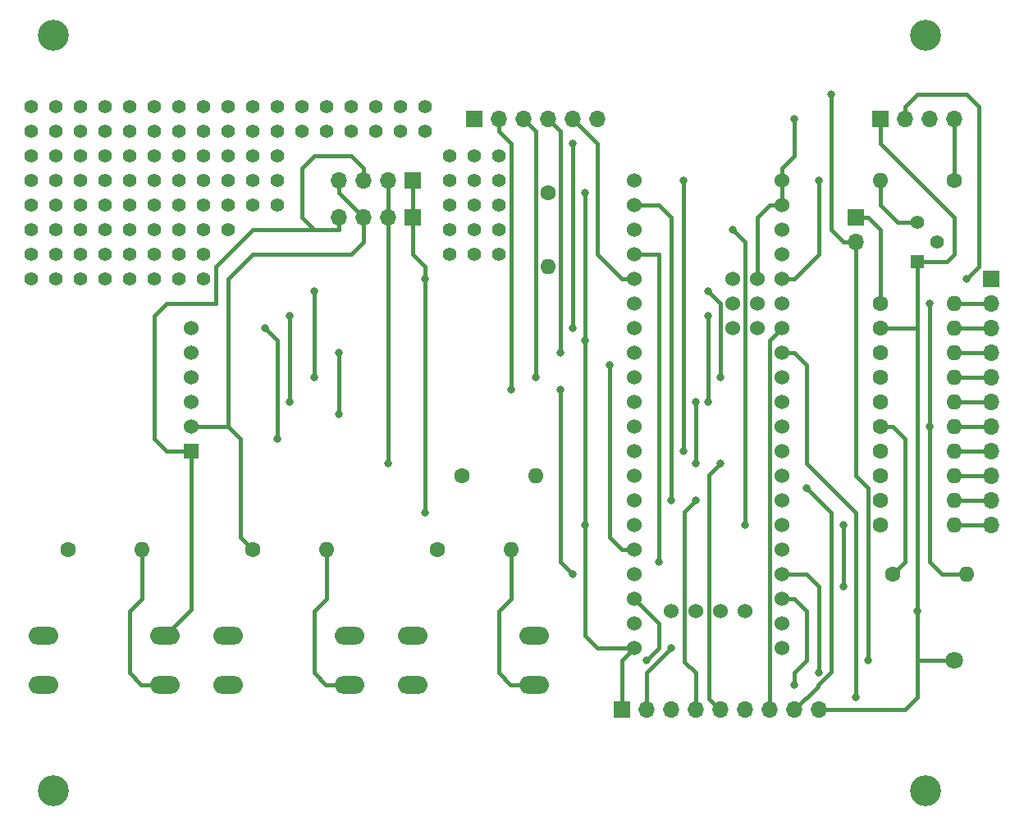
<source format=gbr>
%TF.GenerationSoftware,KiCad,Pcbnew,5.1.6-c6e7f7d~86~ubuntu16.04.1*%
%TF.CreationDate,2020-10-09T19:27:57+01:00*%
%TF.ProjectId,bluepill-pb1,626c7565-7069-46c6-9c2d-7062312e6b69,rev?*%
%TF.SameCoordinates,Original*%
%TF.FileFunction,Copper,L2,Bot*%
%TF.FilePolarity,Positive*%
%FSLAX46Y46*%
G04 Gerber Fmt 4.6, Leading zero omitted, Abs format (unit mm)*
G04 Created by KiCad (PCBNEW 5.1.6-c6e7f7d~86~ubuntu16.04.1) date 2020-10-09 19:27:57*
%MOMM*%
%LPD*%
G01*
G04 APERTURE LIST*
%TA.AperFunction,ComponentPad*%
%ADD10O,1.700000X1.700000*%
%TD*%
%TA.AperFunction,ComponentPad*%
%ADD11R,1.700000X1.700000*%
%TD*%
%TA.AperFunction,ComponentPad*%
%ADD12O,1.600000X1.600000*%
%TD*%
%TA.AperFunction,ComponentPad*%
%ADD13C,1.600000*%
%TD*%
%TA.AperFunction,ComponentPad*%
%ADD14C,1.800000*%
%TD*%
%TA.AperFunction,ComponentPad*%
%ADD15C,1.524000*%
%TD*%
%TA.AperFunction,ComponentPad*%
%ADD16O,3.048000X1.850000*%
%TD*%
%TA.AperFunction,ComponentPad*%
%ADD17C,1.397000*%
%TD*%
%TA.AperFunction,ComponentPad*%
%ADD18R,1.397000X1.397000*%
%TD*%
%TA.AperFunction,ComponentPad*%
%ADD19R,1.524000X1.524000*%
%TD*%
%TA.AperFunction,ViaPad*%
%ADD20C,1.400000*%
%TD*%
%TA.AperFunction,ViaPad*%
%ADD21C,3.200000*%
%TD*%
%TA.AperFunction,ViaPad*%
%ADD22C,0.800000*%
%TD*%
%TA.AperFunction,Conductor*%
%ADD23C,0.400000*%
%TD*%
G04 APERTURE END LIST*
D10*
%TO.P,J6,6*%
%TO.N,GND*%
X137160000Y-59690000D03*
%TO.P,J6,5*%
%TO.N,Net-(J6-Pad5)*%
X134620000Y-59690000D03*
%TO.P,J6,4*%
%TO.N,Net-(J6-Pad4)*%
X132080000Y-59690000D03*
%TO.P,J6,3*%
%TO.N,Net-(J6-Pad3)*%
X129540000Y-59690000D03*
%TO.P,J6,2*%
%TO.N,Net-(J6-Pad2)*%
X127000000Y-59690000D03*
D11*
%TO.P,J6,1*%
%TO.N,Net-(J6-Pad1)*%
X124460000Y-59690000D03*
%TD*%
D10*
%TO.P,J7,2*%
%TO.N,Net-(J6-Pad1)*%
X163830000Y-72390000D03*
D11*
%TO.P,J7,1*%
%TO.N,Net-(J7-Pad1)*%
X163830000Y-69850000D03*
%TD*%
D12*
%TO.P,R17,2*%
%TO.N,Net-(J3-Pad2)*%
X130810000Y-96520000D03*
D13*
%TO.P,R17,1*%
%TO.N,+3V3*%
X123190000Y-96520000D03*
%TD*%
D14*
%TO.P,TP1,1*%
%TO.N,GND*%
X173990000Y-115570000D03*
%TD*%
D12*
%TO.P,R16,2*%
%TO.N,Net-(J3-Pad1)*%
X132080000Y-74930000D03*
D13*
%TO.P,R16,1*%
%TO.N,+3V3*%
X132080000Y-67310000D03*
%TD*%
D12*
%TO.P,R15,2*%
%TO.N,Net-(Q1-Pad2)*%
X175260000Y-106680000D03*
D13*
%TO.P,R15,1*%
%TO.N,Net-(R15-Pad1)*%
X167640000Y-106680000D03*
%TD*%
D15*
%TO.P,U1,5V*%
%TO.N,Net-(J6-Pad1)*%
X140970000Y-109220000D03*
%TO.P,U1,3V3*%
%TO.N,+3V3*%
X151130000Y-81280000D03*
%TO.P,U1,PB2*%
%TO.N,N/C*%
X151130000Y-78740000D03*
%TO.P,U1,G*%
%TO.N,GND*%
X151130000Y-76200000D03*
%TO.P,U1,3V3*%
%TO.N,+3V3*%
X153670000Y-81280000D03*
%TO.P,U1,BOOT*%
%TO.N,N/C*%
X153670000Y-78740000D03*
%TO.P,U1,G*%
%TO.N,GND*%
X153670000Y-76200000D03*
X152400000Y-110490000D03*
%TO.P,U1,PA14*%
%TO.N,N/C*%
X149860000Y-110490000D03*
%TO.P,U1,PA13*%
X147320000Y-110490000D03*
%TO.P,U1,3V3*%
%TO.N,+3V3*%
X144780000Y-110490000D03*
%TO.P,U1,G*%
%TO.N,GND*%
X156210000Y-66040000D03*
X156210000Y-68580000D03*
%TO.P,U1,3V3*%
%TO.N,+3V3*%
X156210000Y-71120000D03*
%TO.P,U1,NRST*%
%TO.N,N/C*%
X156210000Y-73660000D03*
%TO.P,U1,PB11*%
%TO.N,Net-(Q1-Pad1)*%
X156210000Y-76200000D03*
%TO.P,U1,PB10*%
%TO.N,N/C*%
X156210000Y-78740000D03*
%TO.P,U1,PB1*%
%TO.N,Net-(J5-Pad7)*%
X156210000Y-81280000D03*
%TO.P,U1,PB0*%
%TO.N,Net-(J5-Pad6)*%
X156210000Y-83820000D03*
%TO.P,U1,PA7*%
%TO.N,Net-(A1-Pad4)*%
X156210000Y-86360000D03*
%TO.P,U1,PA6*%
%TO.N,Net-(A1-Pad3)*%
X156210000Y-88900000D03*
%TO.P,U1,PA5*%
%TO.N,Net-(A1-Pad5)*%
X156210000Y-91440000D03*
%TO.P,U1,PA4*%
%TO.N,Net-(A1-Pad6)*%
X156210000Y-93980000D03*
%TO.P,U1,PA3*%
%TO.N,Net-(J5-Pad5)*%
X156210000Y-96520000D03*
%TO.P,U1,PA2*%
%TO.N,Net-(J5-Pad4)*%
X156210000Y-99060000D03*
%TO.P,U1,PA1*%
%TO.N,Net-(R2-Pad2)*%
X156210000Y-101600000D03*
%TO.P,U1,PA0*%
%TO.N,Net-(R3-Pad2)*%
X156210000Y-104140000D03*
%TO.P,U1,PC15*%
%TO.N,Net-(R1-Pad2)*%
X156210000Y-106680000D03*
%TO.P,U1,PC14*%
%TO.N,Net-(J5-Pad3)*%
X156210000Y-109220000D03*
%TO.P,U1,PC13*%
%TO.N,Net-(J5-Pad2)*%
X156210000Y-111760000D03*
%TO.P,U1,VBAT*%
%TO.N,N/C*%
X156210000Y-114300000D03*
%TO.P,U1,3V3*%
%TO.N,+3V3*%
X140970000Y-114300000D03*
%TO.P,U1,G*%
%TO.N,GND*%
X140970000Y-111760000D03*
%TO.P,U1,PB9*%
%TO.N,Net-(R7-Pad1)*%
X140970000Y-106680000D03*
%TO.P,U1,PB8*%
%TO.N,Net-(R6-Pad1)*%
X140970000Y-104140000D03*
%TO.P,U1,PB7*%
%TO.N,Net-(J3-Pad1)*%
X140970000Y-101600000D03*
%TO.P,U1,PB6*%
%TO.N,Net-(J3-Pad2)*%
X140970000Y-99060000D03*
%TO.P,U1,PB5*%
%TO.N,Net-(J5-Pad8)*%
X140970000Y-96520000D03*
%TO.P,U1,PB4*%
%TO.N,Net-(R8-Pad1)*%
X140970000Y-93980000D03*
%TO.P,U1,PB3*%
%TO.N,Net-(R15-Pad1)*%
X140970000Y-91440000D03*
%TO.P,U1,PA15*%
%TO.N,Net-(J6-Pad2)*%
X140970000Y-88900000D03*
%TO.P,U1,PA12*%
%TO.N,Net-(J6-Pad3)*%
X140970000Y-86360000D03*
%TO.P,U1,PA11*%
%TO.N,Net-(J6-Pad4)*%
X140970000Y-83820000D03*
%TO.P,U1,PA10*%
%TO.N,Net-(J2-Pad3)*%
X140970000Y-81280000D03*
%TO.P,U1,PA9*%
%TO.N,Net-(J2-Pad2)*%
X140970000Y-78740000D03*
%TO.P,U1,PA8*%
%TO.N,Net-(J6-Pad5)*%
X140970000Y-76200000D03*
%TO.P,U1,PB15*%
%TO.N,Net-(R13-Pad1)*%
X140970000Y-73660000D03*
%TO.P,U1,PB14*%
%TO.N,Net-(R12-Pad1)*%
X140970000Y-71120000D03*
%TO.P,U1,PB13*%
%TO.N,Net-(R11-Pad1)*%
X140970000Y-68580000D03*
%TO.P,U1,PB12*%
%TO.N,Net-(R10-Pad1)*%
X140970000Y-66040000D03*
%TD*%
D16*
%TO.P,SW2,2*%
%TO.N,Net-(R2-Pad2)*%
X99060000Y-118030000D03*
%TO.P,SW2,1*%
%TO.N,GND*%
X99060000Y-113030000D03*
%TO.P,SW2,2*%
%TO.N,Net-(R2-Pad2)*%
X111560000Y-118030000D03*
%TO.P,SW2,1*%
%TO.N,GND*%
X111560000Y-113030000D03*
%TD*%
D10*
%TO.P,J5,9*%
%TO.N,GND*%
X160020000Y-120650000D03*
%TO.P,J5,8*%
%TO.N,Net-(J5-Pad8)*%
X157480000Y-120650000D03*
%TO.P,J5,7*%
%TO.N,Net-(J5-Pad7)*%
X154940000Y-120650000D03*
%TO.P,J5,6*%
%TO.N,Net-(J5-Pad6)*%
X152400000Y-120650000D03*
%TO.P,J5,5*%
%TO.N,Net-(J5-Pad5)*%
X149860000Y-120650000D03*
%TO.P,J5,4*%
%TO.N,Net-(J5-Pad4)*%
X147320000Y-120650000D03*
%TO.P,J5,3*%
%TO.N,Net-(J5-Pad3)*%
X144780000Y-120650000D03*
%TO.P,J5,2*%
%TO.N,Net-(J5-Pad2)*%
X142240000Y-120650000D03*
D11*
%TO.P,J5,1*%
%TO.N,+3V3*%
X139700000Y-120650000D03*
%TD*%
D12*
%TO.P,R14,2*%
%TO.N,Net-(Q1-Pad1)*%
X166370000Y-66040000D03*
D13*
%TO.P,R14,1*%
%TO.N,+3V3*%
X173990000Y-66040000D03*
%TD*%
D17*
%TO.P,Q1,1*%
%TO.N,Net-(Q1-Pad1)*%
X170180000Y-70358000D03*
%TO.P,Q1,2*%
%TO.N,Net-(Q1-Pad2)*%
X172212000Y-72390000D03*
D18*
%TO.P,Q1,3*%
%TO.N,GND*%
X170180000Y-74422000D03*
%TD*%
D10*
%TO.P,J4,4*%
%TO.N,+3V3*%
X110490000Y-66040000D03*
%TO.P,J4,3*%
%TO.N,GND*%
X113030000Y-66040000D03*
%TO.P,J4,2*%
%TO.N,Net-(J3-Pad2)*%
X115570000Y-66040000D03*
D11*
%TO.P,J4,1*%
%TO.N,Net-(J3-Pad1)*%
X118110000Y-66040000D03*
%TD*%
D10*
%TO.P,J2,4*%
%TO.N,+3V3*%
X173990000Y-59690000D03*
%TO.P,J2,3*%
%TO.N,Net-(J2-Pad3)*%
X171450000Y-59690000D03*
%TO.P,J2,2*%
%TO.N,Net-(J2-Pad2)*%
X168910000Y-59690000D03*
D11*
%TO.P,J2,1*%
%TO.N,GND*%
X166370000Y-59690000D03*
%TD*%
D10*
%TO.P,J1,11*%
%TO.N,Net-(J1-Pad11)*%
X177800000Y-101600000D03*
%TO.P,J1,10*%
%TO.N,Net-(J1-Pad10)*%
X177800000Y-99060000D03*
%TO.P,J1,9*%
%TO.N,Net-(J1-Pad9)*%
X177800000Y-96520000D03*
%TO.P,J1,8*%
%TO.N,Net-(J1-Pad8)*%
X177800000Y-93980000D03*
%TO.P,J1,7*%
%TO.N,Net-(J1-Pad7)*%
X177800000Y-91440000D03*
%TO.P,J1,6*%
%TO.N,Net-(J1-Pad6)*%
X177800000Y-88900000D03*
%TO.P,J1,5*%
%TO.N,Net-(J1-Pad5)*%
X177800000Y-86360000D03*
%TO.P,J1,4*%
%TO.N,Net-(J1-Pad4)*%
X177800000Y-83820000D03*
%TO.P,J1,3*%
%TO.N,Net-(J1-Pad3)*%
X177800000Y-81280000D03*
%TO.P,J1,2*%
%TO.N,Net-(J1-Pad2)*%
X177800000Y-78740000D03*
D11*
%TO.P,J1,1*%
%TO.N,N/C*%
X177800000Y-76200000D03*
%TD*%
D12*
%TO.P,R13,2*%
%TO.N,Net-(J1-Pad11)*%
X173990000Y-101600000D03*
D13*
%TO.P,R13,1*%
%TO.N,Net-(R13-Pad1)*%
X166370000Y-101600000D03*
%TD*%
D12*
%TO.P,R12,2*%
%TO.N,Net-(J1-Pad10)*%
X173990000Y-99060000D03*
D13*
%TO.P,R12,1*%
%TO.N,Net-(R12-Pad1)*%
X166370000Y-99060000D03*
%TD*%
D12*
%TO.P,R11,2*%
%TO.N,Net-(J1-Pad9)*%
X173990000Y-96520000D03*
D13*
%TO.P,R11,1*%
%TO.N,Net-(R11-Pad1)*%
X166370000Y-96520000D03*
%TD*%
D12*
%TO.P,R10,2*%
%TO.N,Net-(J1-Pad8)*%
X173990000Y-93980000D03*
D13*
%TO.P,R10,1*%
%TO.N,Net-(R10-Pad1)*%
X166370000Y-93980000D03*
%TD*%
D12*
%TO.P,R9,2*%
%TO.N,Net-(J1-Pad7)*%
X173990000Y-91440000D03*
D13*
%TO.P,R9,1*%
%TO.N,Net-(R15-Pad1)*%
X166370000Y-91440000D03*
%TD*%
D12*
%TO.P,R8,2*%
%TO.N,Net-(J1-Pad6)*%
X173990000Y-88900000D03*
D13*
%TO.P,R8,1*%
%TO.N,Net-(R8-Pad1)*%
X166370000Y-88900000D03*
%TD*%
D12*
%TO.P,R7,2*%
%TO.N,Net-(J1-Pad5)*%
X173990000Y-86360000D03*
D13*
%TO.P,R7,1*%
%TO.N,Net-(R7-Pad1)*%
X166370000Y-86360000D03*
%TD*%
D12*
%TO.P,R6,2*%
%TO.N,Net-(J1-Pad4)*%
X173990000Y-83820000D03*
D13*
%TO.P,R6,1*%
%TO.N,Net-(R6-Pad1)*%
X166370000Y-83820000D03*
%TD*%
D12*
%TO.P,R5,2*%
%TO.N,Net-(J1-Pad3)*%
X173990000Y-81280000D03*
D13*
%TO.P,R5,1*%
%TO.N,GND*%
X166370000Y-81280000D03*
%TD*%
D12*
%TO.P,R4,2*%
%TO.N,Net-(J1-Pad2)*%
X173990000Y-78740000D03*
D13*
%TO.P,R4,1*%
%TO.N,Net-(J7-Pad1)*%
X166370000Y-78740000D03*
%TD*%
D16*
%TO.P,SW3,2*%
%TO.N,Net-(R3-Pad2)*%
X118110000Y-118030000D03*
%TO.P,SW3,1*%
%TO.N,GND*%
X118110000Y-113030000D03*
%TO.P,SW3,2*%
%TO.N,Net-(R3-Pad2)*%
X130610000Y-118030000D03*
%TO.P,SW3,1*%
%TO.N,GND*%
X130610000Y-113030000D03*
%TD*%
%TO.P,SW1,2*%
%TO.N,Net-(R1-Pad2)*%
X80010000Y-118030000D03*
%TO.P,SW1,1*%
%TO.N,GND*%
X80010000Y-113030000D03*
%TO.P,SW1,2*%
%TO.N,Net-(R1-Pad2)*%
X92510000Y-118030000D03*
%TO.P,SW1,1*%
%TO.N,GND*%
X92510000Y-113030000D03*
%TD*%
D12*
%TO.P,R3,2*%
%TO.N,Net-(R3-Pad2)*%
X128270000Y-104140000D03*
D13*
%TO.P,R3,1*%
%TO.N,+3V3*%
X120650000Y-104140000D03*
%TD*%
D12*
%TO.P,R2,2*%
%TO.N,Net-(R2-Pad2)*%
X109220000Y-104140000D03*
D13*
%TO.P,R2,1*%
%TO.N,+3V3*%
X101600000Y-104140000D03*
%TD*%
D12*
%TO.P,R1,2*%
%TO.N,Net-(R1-Pad2)*%
X90170000Y-104140000D03*
D13*
%TO.P,R1,1*%
%TO.N,+3V3*%
X82550000Y-104140000D03*
%TD*%
D10*
%TO.P,J3,4*%
%TO.N,GND*%
X110490000Y-69850000D03*
%TO.P,J3,3*%
%TO.N,+3V3*%
X113030000Y-69850000D03*
%TO.P,J3,2*%
%TO.N,Net-(J3-Pad2)*%
X115570000Y-69850000D03*
D11*
%TO.P,J3,1*%
%TO.N,Net-(J3-Pad1)*%
X118110000Y-69850000D03*
%TD*%
D15*
%TO.P,A1,6*%
%TO.N,Net-(A1-Pad6)*%
X95250000Y-81280000D03*
%TO.P,A1,5*%
%TO.N,Net-(A1-Pad5)*%
X95250000Y-83820000D03*
%TO.P,A1,4*%
%TO.N,Net-(A1-Pad4)*%
X95250000Y-86360000D03*
%TO.P,A1,3*%
%TO.N,Net-(A1-Pad3)*%
X95250000Y-88900000D03*
%TO.P,A1,2*%
%TO.N,+3V3*%
X95250000Y-91440000D03*
D19*
%TO.P,A1,1*%
%TO.N,GND*%
X95250000Y-93980000D03*
%TD*%
D20*
%TO.N,*%
X78740000Y-58420000D03*
X78740000Y-60960000D03*
X78740000Y-63500000D03*
X78740000Y-66040000D03*
X78740000Y-68580000D03*
X78740000Y-71120000D03*
X78740000Y-73660000D03*
X78740000Y-76200000D03*
X81280000Y-76200000D03*
X81280000Y-73660000D03*
X81280000Y-71120000D03*
X81280000Y-68580000D03*
X81280000Y-66040000D03*
X81280000Y-63500000D03*
X81280000Y-60960000D03*
X81280000Y-58420000D03*
X83820000Y-58420000D03*
X83820000Y-60960000D03*
X83820000Y-63500000D03*
X83820000Y-66040000D03*
X83820000Y-68580000D03*
X83820000Y-71120000D03*
X83820000Y-73660000D03*
X83820000Y-76200000D03*
X86360000Y-76200000D03*
X86360000Y-73660000D03*
X86360000Y-71120000D03*
X86360000Y-68580000D03*
X86360000Y-66040000D03*
X86360000Y-63500000D03*
X86360000Y-60960000D03*
X86360000Y-58420000D03*
X88900000Y-58420000D03*
X88900000Y-60960000D03*
X88900000Y-63500000D03*
X88900000Y-66040000D03*
X88900000Y-68580000D03*
X88900000Y-71120000D03*
X88900000Y-73660000D03*
X88900000Y-76200000D03*
X91440000Y-76200000D03*
X91440000Y-73660000D03*
X91440000Y-71120000D03*
X91440000Y-68580000D03*
X91440000Y-66040000D03*
X91440000Y-63500000D03*
X91440000Y-60960000D03*
X91440000Y-58420000D03*
X93980000Y-58420000D03*
X93980000Y-60960000D03*
X93980000Y-63500000D03*
X93980000Y-66040000D03*
X93980000Y-68580000D03*
X93980000Y-71120000D03*
X93980000Y-73660000D03*
X93980000Y-76200000D03*
X96520000Y-76200000D03*
X96520000Y-73660000D03*
X96520000Y-71120000D03*
X96520000Y-68580000D03*
X96520000Y-66040000D03*
X96520000Y-63500000D03*
X96520000Y-60960000D03*
X96520000Y-58420000D03*
X99060000Y-58420000D03*
X99060000Y-60960000D03*
X99060000Y-63500000D03*
X99060000Y-66040000D03*
X99060000Y-68580000D03*
X99060000Y-71120000D03*
X101600000Y-58420000D03*
X101600000Y-60960000D03*
X104140000Y-60960000D03*
X104140000Y-58420000D03*
X106680000Y-58420000D03*
X106680000Y-60960000D03*
X109220000Y-60960000D03*
X109220000Y-58420000D03*
X111760000Y-58420000D03*
X111760000Y-60960000D03*
X114300000Y-60960000D03*
X114300000Y-58420000D03*
X116840000Y-58420000D03*
X116840000Y-60960000D03*
X119380000Y-60960000D03*
X119380000Y-58420000D03*
X101600000Y-63500000D03*
X101600000Y-66040000D03*
X101600000Y-68580000D03*
X104140000Y-68580000D03*
X104140000Y-66040000D03*
X104140000Y-63500000D03*
X124460000Y-63500000D03*
X127000000Y-63500000D03*
X121920000Y-63500000D03*
X121920000Y-66040000D03*
X124460000Y-66040000D03*
X127000000Y-66040000D03*
X121920000Y-68580000D03*
X124460000Y-68580000D03*
X127000000Y-68580000D03*
X127000000Y-71120000D03*
X121920000Y-71120000D03*
X124460000Y-71120000D03*
X121920000Y-73660000D03*
X124460000Y-73660000D03*
X127000000Y-73660000D03*
D21*
X81000000Y-51000000D03*
X171000000Y-51000000D03*
X171000000Y-129000000D03*
X81000000Y-129000000D03*
D22*
%TO.N,Net-(A1-Pad6)*%
X104140000Y-92710000D03*
X102870000Y-81280000D03*
%TO.N,Net-(A1-Pad5)*%
X110490000Y-90170000D03*
X110490000Y-83820000D03*
%TO.N,Net-(A1-Pad4)*%
X149860000Y-86360000D03*
X148590000Y-77470000D03*
X107950000Y-77470000D03*
X107950000Y-86360000D03*
%TO.N,Net-(A1-Pad3)*%
X148590000Y-88900000D03*
X105410000Y-80010000D03*
X105410000Y-88900000D03*
X148590000Y-80010000D03*
%TO.N,Net-(J2-Pad3)*%
X134620000Y-62230000D03*
X134620000Y-81280000D03*
%TO.N,Net-(J2-Pad2)*%
X175260000Y-76200000D03*
%TO.N,+3V3*%
X135890000Y-101600000D03*
X135890000Y-82550000D03*
X135890000Y-67310000D03*
%TO.N,GND*%
X170180000Y-110490000D03*
X157480000Y-59690000D03*
%TO.N,Net-(R1-Pad2)*%
X160020000Y-116840000D03*
%TO.N,Net-(R2-Pad2)*%
X162560000Y-107950000D03*
X162560000Y-101600000D03*
%TO.N,Net-(J3-Pad2)*%
X115570000Y-95250000D03*
%TO.N,Net-(J3-Pad1)*%
X119380000Y-100330000D03*
X119380000Y-76200000D03*
%TO.N,Net-(R6-Pad1)*%
X138430000Y-85090000D03*
%TO.N,Net-(R7-Pad1)*%
X133350000Y-87630000D03*
X134620000Y-106680000D03*
%TO.N,Net-(R8-Pad1)*%
X147320000Y-88900000D03*
X147320000Y-95250000D03*
%TO.N,Net-(R10-Pad1)*%
X146050000Y-66040000D03*
X146050000Y-93980000D03*
%TO.N,Net-(R11-Pad1)*%
X144780000Y-99060000D03*
%TO.N,Net-(R12-Pad1)*%
X152400000Y-101600000D03*
X151130000Y-71120000D03*
%TO.N,Net-(R13-Pad1)*%
X143510000Y-105410000D03*
%TO.N,Net-(J5-Pad8)*%
X158750000Y-97790000D03*
%TO.N,Net-(J5-Pad6)*%
X163830000Y-119380000D03*
%TO.N,Net-(J5-Pad5)*%
X149860000Y-95250000D03*
%TO.N,Net-(J5-Pad4)*%
X147320000Y-99060000D03*
%TO.N,Net-(J5-Pad3)*%
X157480000Y-118110000D03*
%TO.N,Net-(J5-Pad2)*%
X144780000Y-114300000D03*
%TO.N,Net-(J6-Pad4)*%
X133350000Y-83820000D03*
%TO.N,Net-(J6-Pad3)*%
X130810000Y-86360000D03*
%TO.N,Net-(J6-Pad2)*%
X128270000Y-87630000D03*
%TO.N,Net-(J6-Pad1)*%
X165100000Y-115570000D03*
X142240000Y-115570000D03*
X161290000Y-57150000D03*
%TO.N,Net-(Q1-Pad1)*%
X160020000Y-66040000D03*
%TO.N,Net-(Q1-Pad2)*%
X171450000Y-78740000D03*
X171450000Y-91440000D03*
%TD*%
D23*
%TO.N,Net-(A1-Pad6)*%
X104140000Y-82550000D02*
X102870000Y-81280000D01*
X104140000Y-92710000D02*
X104140000Y-82550000D01*
%TO.N,Net-(A1-Pad5)*%
X110490000Y-90170000D02*
X110490000Y-83820000D01*
%TO.N,Net-(A1-Pad4)*%
X149860000Y-78740000D02*
X148590000Y-77470000D01*
X149860000Y-86360000D02*
X149860000Y-78740000D01*
X107950000Y-77470000D02*
X107950000Y-86360000D01*
%TO.N,Net-(A1-Pad3)*%
X148590000Y-88900000D02*
X148590000Y-81280000D01*
X105410000Y-80010000D02*
X105410000Y-88900000D01*
X148590000Y-81280000D02*
X148590000Y-80010000D01*
%TO.N,Net-(J1-Pad2)*%
X177800000Y-78740000D02*
X173990000Y-78740000D01*
%TO.N,Net-(J1-Pad7)*%
X173990000Y-91440000D02*
X177800000Y-91440000D01*
%TO.N,Net-(J1-Pad6)*%
X177800000Y-88900000D02*
X173990000Y-88900000D01*
%TO.N,Net-(J1-Pad5)*%
X173990000Y-86360000D02*
X177800000Y-86360000D01*
%TO.N,Net-(J1-Pad4)*%
X177800000Y-83820000D02*
X173990000Y-83820000D01*
%TO.N,Net-(J2-Pad3)*%
X134620000Y-62230000D02*
X134620000Y-80010000D01*
X134620000Y-81280000D02*
X134620000Y-80010000D01*
%TO.N,Net-(J2-Pad2)*%
X175260000Y-76200000D02*
X176530000Y-74930000D01*
X176530000Y-74930000D02*
X176530000Y-58420000D01*
X176530000Y-58420000D02*
X175260000Y-57150000D01*
X175260000Y-57150000D02*
X170180000Y-57150000D01*
X168910000Y-58420000D02*
X168910000Y-59690000D01*
X170180000Y-57150000D02*
X168910000Y-58420000D01*
%TO.N,Net-(J1-Pad11)*%
X173990000Y-101600000D02*
X177800000Y-101600000D01*
%TO.N,Net-(J1-Pad10)*%
X177800000Y-99060000D02*
X173990000Y-99060000D01*
%TO.N,Net-(J1-Pad9)*%
X173990000Y-96520000D02*
X177800000Y-96520000D01*
%TO.N,Net-(J1-Pad8)*%
X177800000Y-93980000D02*
X173990000Y-93980000D01*
%TO.N,+3V3*%
X173990000Y-59690000D02*
X173990000Y-66040000D01*
X95250000Y-91440000D02*
X99060000Y-91440000D01*
X99060000Y-91440000D02*
X100330000Y-92710000D01*
X100330000Y-102870000D02*
X101600000Y-104140000D01*
X100330000Y-92710000D02*
X100330000Y-102870000D01*
X140970000Y-114300000D02*
X139700000Y-115570000D01*
X139700000Y-115570000D02*
X139700000Y-120650000D01*
X135890000Y-101600000D02*
X135890000Y-113030000D01*
X137160000Y-114300000D02*
X140970000Y-114300000D01*
X135890000Y-113030000D02*
X137160000Y-114300000D01*
X110490000Y-67310000D02*
X113030000Y-69850000D01*
X110490000Y-66040000D02*
X110490000Y-67310000D01*
X99060000Y-91440000D02*
X99060000Y-76200000D01*
X99060000Y-76200000D02*
X101600000Y-73660000D01*
X101600000Y-73660000D02*
X111760000Y-73660000D01*
X113030000Y-72390000D02*
X113030000Y-69850000D01*
X111760000Y-73660000D02*
X113030000Y-72390000D01*
X135890000Y-82550000D02*
X135890000Y-101600000D01*
X135890000Y-67310000D02*
X135890000Y-82550000D01*
%TO.N,GND*%
X157480000Y-59690000D02*
X157480000Y-59690000D01*
X156210000Y-64770000D02*
X156210000Y-66040000D01*
X157480000Y-63500000D02*
X156210000Y-64770000D01*
X156210000Y-68580000D02*
X156210000Y-66040000D01*
X95250000Y-110290000D02*
X92510000Y-113030000D01*
X95250000Y-93980000D02*
X95250000Y-110290000D01*
X113030000Y-66040000D02*
X113030000Y-64770000D01*
X113030000Y-64770000D02*
X111760000Y-63500000D01*
X111760000Y-63500000D02*
X107950000Y-63500000D01*
X107950000Y-63500000D02*
X106680000Y-64770000D01*
X106680000Y-64770000D02*
X106680000Y-69850000D01*
X106680000Y-69850000D02*
X107950000Y-71120000D01*
X107950000Y-71120000D02*
X110490000Y-71120000D01*
X110490000Y-71120000D02*
X110490000Y-69850000D01*
X170180000Y-74422000D02*
X170180000Y-110490000D01*
X168910000Y-120650000D02*
X160020000Y-120650000D01*
X170180000Y-119380000D02*
X168910000Y-120650000D01*
X166370000Y-81280000D02*
X170180000Y-81280000D01*
X156210000Y-68580000D02*
X154940000Y-68580000D01*
X153670000Y-69850000D02*
X153670000Y-76200000D01*
X154940000Y-68580000D02*
X153670000Y-69850000D01*
X166370000Y-62230000D02*
X166370000Y-59690000D01*
X170180000Y-74422000D02*
X173228000Y-74422000D01*
X173228000Y-74422000D02*
X173990000Y-73660000D01*
X173990000Y-73660000D02*
X173990000Y-69850000D01*
X173990000Y-69850000D02*
X166370000Y-62230000D01*
X97790000Y-74930000D02*
X101600000Y-71120000D01*
X97790000Y-78740000D02*
X97790000Y-74930000D01*
X92710000Y-78740000D02*
X97790000Y-78740000D01*
X95250000Y-93980000D02*
X92710000Y-93980000D01*
X91440000Y-80010000D02*
X92710000Y-78740000D01*
X101600000Y-71120000D02*
X107950000Y-71120000D01*
X92710000Y-93980000D02*
X91440000Y-92710000D01*
X91440000Y-92710000D02*
X91440000Y-80010000D01*
X173990000Y-115570000D02*
X170180000Y-115570000D01*
X170180000Y-115570000D02*
X170180000Y-119380000D01*
X170180000Y-110490000D02*
X170180000Y-115570000D01*
X157480000Y-59690000D02*
X157480000Y-63500000D01*
%TO.N,Net-(R1-Pad2)*%
X90170000Y-104140000D02*
X90170000Y-109220000D01*
X90170000Y-109220000D02*
X88900000Y-110490000D01*
X88900000Y-110490000D02*
X88900000Y-116840000D01*
X90090000Y-118030000D02*
X92510000Y-118030000D01*
X88900000Y-116840000D02*
X90090000Y-118030000D01*
X160020000Y-116840000D02*
X160020000Y-107950000D01*
X158750000Y-106680000D02*
X156210000Y-106680000D01*
X160020000Y-107950000D02*
X158750000Y-106680000D01*
%TO.N,Net-(R2-Pad2)*%
X109220000Y-104140000D02*
X109220000Y-109220000D01*
X109220000Y-109220000D02*
X107950000Y-110490000D01*
X107950000Y-110490000D02*
X107950000Y-116840000D01*
X109140000Y-118030000D02*
X111560000Y-118030000D01*
X107950000Y-116840000D02*
X109140000Y-118030000D01*
X162560000Y-107950000D02*
X162560000Y-101600000D01*
%TO.N,Net-(R3-Pad2)*%
X128270000Y-104140000D02*
X128270000Y-109220000D01*
X128270000Y-109220000D02*
X127000000Y-110490000D01*
X127000000Y-110490000D02*
X127000000Y-116840000D01*
X128190000Y-118030000D02*
X130610000Y-118030000D01*
X127000000Y-116840000D02*
X128190000Y-118030000D01*
%TO.N,Net-(J3-Pad2)*%
X115570000Y-66040000D02*
X115570000Y-69850000D01*
X115570000Y-69850000D02*
X115570000Y-95250000D01*
%TO.N,Net-(J3-Pad1)*%
X118110000Y-66040000D02*
X118110000Y-69850000D01*
X118110000Y-73660000D02*
X118110000Y-69850000D01*
X119380000Y-74930000D02*
X118110000Y-73660000D01*
X119380000Y-76200000D02*
X119380000Y-74930000D01*
X119380000Y-100330000D02*
X119380000Y-76200000D01*
%TO.N,Net-(J1-Pad3)*%
X173990000Y-81280000D02*
X177800000Y-81280000D01*
%TO.N,Net-(R6-Pad1)*%
X138430000Y-85090000D02*
X138430000Y-102870000D01*
X138430000Y-102870000D02*
X139700000Y-104140000D01*
X139700000Y-104140000D02*
X140970000Y-104140000D01*
%TO.N,Net-(R7-Pad1)*%
X133350000Y-105410000D02*
X134620000Y-106680000D01*
X133350000Y-87630000D02*
X133350000Y-105410000D01*
%TO.N,Net-(R8-Pad1)*%
X147320000Y-88900000D02*
X147320000Y-95250000D01*
%TO.N,Net-(R10-Pad1)*%
X146050000Y-66040000D02*
X146050000Y-93980000D01*
%TO.N,Net-(R11-Pad1)*%
X144780000Y-99060000D02*
X144780000Y-69850000D01*
X143510000Y-68580000D02*
X140970000Y-68580000D01*
X144780000Y-69850000D02*
X143510000Y-68580000D01*
%TO.N,Net-(R12-Pad1)*%
X152400000Y-72390000D02*
X151130000Y-71120000D01*
X152400000Y-101600000D02*
X152400000Y-72390000D01*
%TO.N,Net-(R13-Pad1)*%
X143510000Y-105410000D02*
X143510000Y-73660000D01*
X143510000Y-73660000D02*
X140970000Y-73660000D01*
%TO.N,Net-(J5-Pad8)*%
X158750000Y-97790000D02*
X161290000Y-100330000D01*
X161290000Y-116754002D02*
X159934002Y-118110000D01*
X161290000Y-100330000D02*
X161290000Y-116754002D01*
X159934002Y-118195998D02*
X157480000Y-120650000D01*
X159934002Y-118110000D02*
X159934002Y-118195998D01*
%TO.N,Net-(J5-Pad7)*%
X154940000Y-120650000D02*
X154940000Y-82550000D01*
X154940000Y-82550000D02*
X156210000Y-81280000D01*
%TO.N,Net-(J5-Pad6)*%
X156210000Y-83820000D02*
X157480000Y-83820000D01*
X157480000Y-83820000D02*
X158750000Y-85090000D01*
X158750000Y-85090000D02*
X158750000Y-95250000D01*
X158750000Y-95250000D02*
X163830000Y-100330000D01*
X163830000Y-100330000D02*
X163830000Y-119380000D01*
%TO.N,Net-(J5-Pad5)*%
X148697999Y-119487999D02*
X149860000Y-120650000D01*
X148697999Y-96412001D02*
X148697999Y-119487999D01*
X149860000Y-95250000D02*
X148697999Y-96412001D01*
%TO.N,Net-(J5-Pad4)*%
X146157999Y-100222001D02*
X146157999Y-115677999D01*
X147320000Y-99060000D02*
X146157999Y-100222001D01*
X147320000Y-116840000D02*
X147320000Y-120650000D01*
X146157999Y-115677999D02*
X147320000Y-116840000D01*
%TO.N,Net-(J5-Pad3)*%
X156210000Y-109220000D02*
X157480000Y-109220000D01*
X157480000Y-109220000D02*
X158750000Y-110490000D01*
X158750000Y-110490000D02*
X158750000Y-115570000D01*
X158750000Y-115570000D02*
X157480000Y-116840000D01*
X157480000Y-116840000D02*
X157480000Y-118110000D01*
%TO.N,Net-(J5-Pad2)*%
X142240000Y-120650000D02*
X142240000Y-116840000D01*
X142240000Y-116840000D02*
X144780000Y-114300000D01*
%TO.N,Net-(J6-Pad5)*%
X137160000Y-62230000D02*
X134620000Y-59690000D01*
X137160000Y-73660000D02*
X137160000Y-62230000D01*
X139700000Y-76200000D02*
X137160000Y-73660000D01*
X140970000Y-76200000D02*
X139700000Y-76200000D01*
%TO.N,Net-(J6-Pad4)*%
X133350000Y-60960000D02*
X132080000Y-59690000D01*
X133350000Y-83820000D02*
X133350000Y-60960000D01*
%TO.N,Net-(J6-Pad3)*%
X130810000Y-60960000D02*
X129540000Y-59690000D01*
X130810000Y-86360000D02*
X130810000Y-60960000D01*
%TO.N,Net-(J6-Pad2)*%
X128270000Y-87630000D02*
X128270000Y-62230000D01*
X128270000Y-62230000D02*
X127000000Y-60960000D01*
X127000000Y-60960000D02*
X127000000Y-59690000D01*
%TO.N,Net-(J6-Pad1)*%
X163830000Y-72390000D02*
X163830000Y-96520000D01*
X165100000Y-97790000D02*
X165100000Y-115570000D01*
X163830000Y-96520000D02*
X165100000Y-97790000D01*
X143510000Y-111760000D02*
X140970000Y-109220000D01*
X143510000Y-114300000D02*
X143510000Y-111760000D01*
X142240000Y-115570000D02*
X143510000Y-114300000D01*
X163830000Y-72390000D02*
X162560000Y-72390000D01*
X161290000Y-71120000D02*
X161290000Y-57150000D01*
X162560000Y-72390000D02*
X161290000Y-71120000D01*
%TO.N,Net-(Q1-Pad1)*%
X166370000Y-66040000D02*
X166370000Y-68580000D01*
X168148000Y-70358000D02*
X170180000Y-70358000D01*
X166370000Y-68580000D02*
X168148000Y-70358000D01*
X156210000Y-76200000D02*
X157480000Y-76200000D01*
X157480000Y-76200000D02*
X160020000Y-73660000D01*
X160020000Y-66040000D02*
X160020000Y-68580000D01*
X160020000Y-68580000D02*
X160020000Y-67310000D01*
X160020000Y-73660000D02*
X160020000Y-68580000D01*
%TO.N,Net-(Q1-Pad2)*%
X171450000Y-78740000D02*
X171450000Y-91440000D01*
X171450000Y-91440000D02*
X171450000Y-105410000D01*
X172720000Y-106680000D02*
X175260000Y-106680000D01*
X171450000Y-105410000D02*
X172720000Y-106680000D01*
%TO.N,Net-(R15-Pad1)*%
X167640000Y-106680000D02*
X168910000Y-105410000D01*
X168910000Y-105410000D02*
X168910000Y-92710000D01*
X168910000Y-92710000D02*
X167640000Y-91440000D01*
X167640000Y-91440000D02*
X166370000Y-91440000D01*
%TO.N,Net-(J7-Pad1)*%
X163830000Y-69850000D02*
X165100000Y-69850000D01*
X166370000Y-71120000D02*
X166370000Y-78740000D01*
X165100000Y-69850000D02*
X166370000Y-71120000D01*
%TD*%
M02*

</source>
